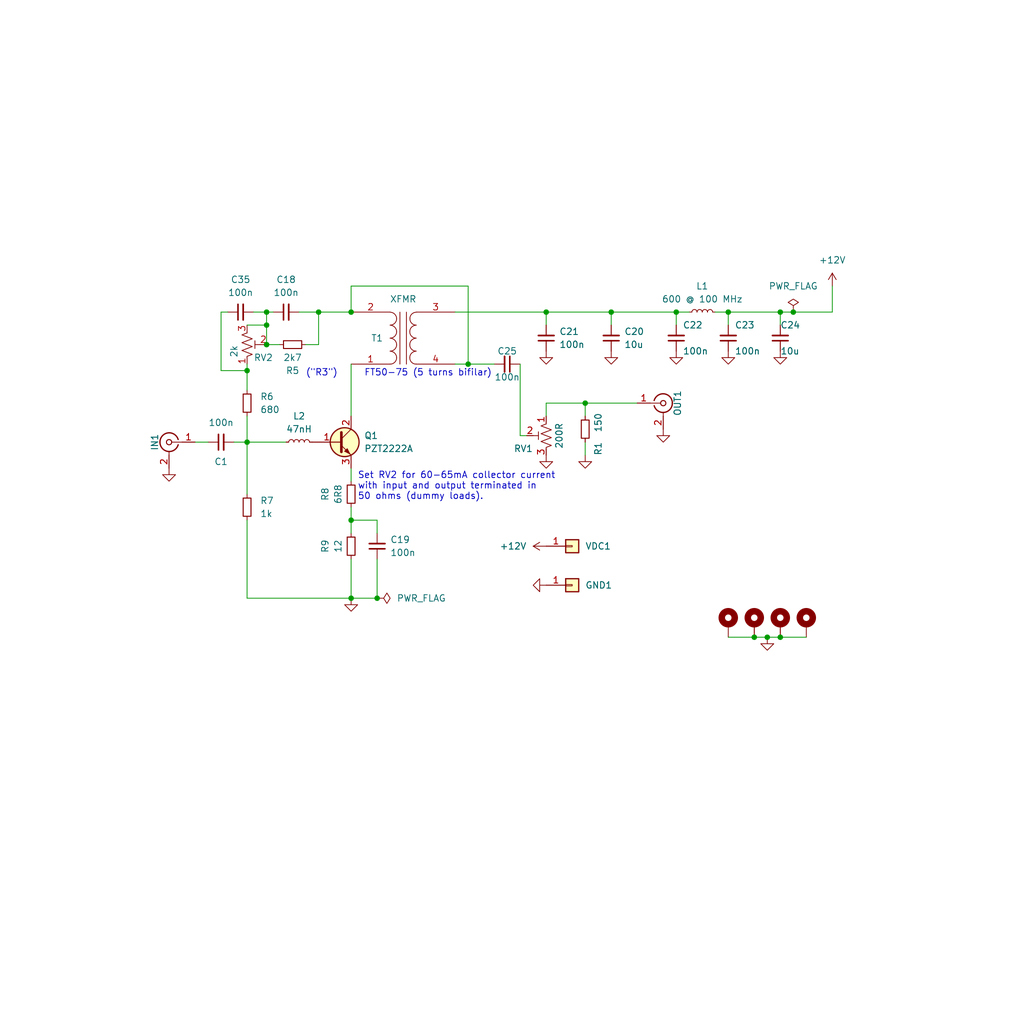
<source format=kicad_sch>
(kicad_sch (version 20230121) (generator eeschema)
  (paper "User" 200 200)
  (title_block (title "HF Pre-Amp v3.02") (date "2023-09-11") (company "Dhiru Kholia (VU3CER)"))
  (lib_symbols
    (symbol "Connector:Conn_Coaxial" (pin_names (offset 1.016) hide)
      (property "Reference" "J" (at 0.254 3.048 0))
      (property "Value" "Conn_Coaxial" (at 2.921 0 90))
      (symbol "Conn_Coaxial_0_1"
        (arc (start -1.778 -0.508) (mid 0.2311 -1.8066) (end 1.778 0) (stroke (width 0.254)))
        (polyline (pts (xy -2.54 0) (xy -0.508 0)))
        (polyline (pts (xy 0 -2.54) (xy 0 -1.778)))
        (circle (center 0 0) (radius 0.508) (stroke (width 0.2032)))
        (arc (start 1.778 0) (mid 0.2099 1.8101) (end -1.778 0.508) (stroke (width 0.254)))
      )
      (symbol "Conn_Coaxial_1_1"
        (pin passive line (at -5.08 0 0) (length 2.54) (name "In") (number "1"))
        (pin passive line (at 0 -5.08 90) (length 2.54) (name "Ext") (number "2"))
      )
    )
    (symbol "Connector_Generic:Conn_01x01" (pin_names (offset 1.016) hide)
      (property "Reference" "J" (at 0 2.54 0))
      (property "Value" "Conn_01x01" (at 0 -2.54 0))
      (symbol "Conn_01x01_1_1"
        (rectangle (start -1.27 0.127) (end 0 -0.127) (stroke (width 0.1524)))
        (rectangle (start -1.27 1.27) (end 1.27 -1.27) (stroke (width 0.254)) (fill (type background)))
        (pin passive line (at -5.08 0 0) (length 3.81) (name "Pin_1") (number "1"))
      )
    )
    (symbol "Device:C_Small" (pin_numbers hide) (pin_names (offset 0.254) hide)
      (property "Reference" "C" (at 0.254 1.778 0))
      (property "Value" "C_Small" (at 0.254 -2.032 0))
      (symbol "C_Small_0_1"
        (polyline (pts (xy -1.524 -0.508) (xy 1.524 -0.508)) (stroke (width 0.3302)))
        (polyline (pts (xy -1.524 0.508) (xy 1.524 0.508)) (stroke (width 0.3048)))
      )
      (symbol "C_Small_1_1"
        (pin passive line (at 0 2.54 270) (length 2.032) (name "~") (number "1"))
        (pin passive line (at 0 -2.54 90) (length 2.032) (name "~") (number "2"))
      )
    )
    (symbol "Device:L_Small" (pin_numbers hide) (pin_names (offset 0.254) hide)
      (property "Reference" "L" (at 0.762 1.016 0))
      (property "Value" "L_Small" (at 0.762 -1.016 0))
      (symbol "L_Small_0_1"
        (arc (start 0 -2.032) (mid 0.5058 -1.524) (end 0 -1.016))
        (arc (start 0 -1.016) (mid 0.5058 -0.508) (end 0 0))
        (arc (start 0 0) (mid 0.5058 0.508) (end 0 1.016))
        (arc (start 0 1.016) (mid 0.5058 1.524) (end 0 2.032))
      )
      (symbol "L_Small_1_1"
        (pin passive line (at 0 2.54 270) (length 0.508) (name "~") (number "1"))
        (pin passive line (at 0 -2.54 90) (length 0.508) (name "~") (number "2"))
      )
    )
    (symbol "Device:R_Potentiometer_Trim_US" (pin_names (offset 1.016) hide)
      (property "Reference" "RV" (at -4.445 0 90))
      (property "Value" "R_Potentiometer_Trim_US" (at -2.54 0 90))
      (symbol "R_Potentiometer_Trim_US_0_1"
        (polyline (pts (xy 0 -2.286) (xy 0 -2.54)))
        (polyline (pts (xy 0 2.286) (xy 0 2.54)))
        (polyline (pts (xy 1.524 0.762) (xy 1.524 -0.762)))
        (polyline (pts (xy 2.54 0) (xy 1.524 0)))
        (polyline (pts (xy 0 -0.762) (xy 1.016 -1.143) (xy 0 -1.524) (xy -1.016 -1.905) (xy 0 -2.286)))
        (polyline (pts (xy 0 0.762) (xy 1.016 0.381) (xy 0 0) (xy -1.016 -0.381) (xy 0 -0.762)))
        (polyline (pts (xy 0 2.286) (xy 1.016 1.905) (xy 0 1.524) (xy -1.016 1.143) (xy 0 0.762)))
      )
      (symbol "R_Potentiometer_Trim_US_1_1"
        (pin passive line (at 0 3.81 270) (length 1.27) (name "1") (number "1"))
        (pin passive line (at 3.81 0 180) (length 1.27) (name "2") (number "2"))
        (pin passive line (at 0 -3.81 90) (length 1.27) (name "3") (number "3"))
      )
    )
    (symbol "Device:R_Small" (pin_numbers hide) (pin_names (offset 0.254) hide)
      (property "Reference" "R" (at 0.762 0.508 0))
      (property "Value" "R_Small" (at 0.762 -1.016 0))
      (symbol "R_Small_0_1"
        (rectangle (start -0.762 1.778) (end 0.762 -1.778) (stroke (width 0.2032)))
      )
      (symbol "R_Small_1_1"
        (pin passive line (at 0 2.54 270) (length 0.762) (name "~") (number "1"))
        (pin passive line (at 0 -2.54 90) (length 0.762) (name "~") (number "2"))
      )
    )
    (symbol "Device:Transformer_1P_1S" (pin_names (offset 1.016) hide)
      (property "Reference" "T" (at 0 6.35 0))
      (property "Value" "Transformer_1P_1S" (at 0 -7.62 0))
      (symbol "Transformer_1P_1S_0_1"
        (arc (start -2.54 -5.0546) (mid -1.6599 -4.6901) (end -1.27 -3.81))
        (arc (start -2.54 -2.5146) (mid -1.6599 -2.1501) (end -1.27 -1.27))
        (arc (start -2.54 0.0254) (mid -1.6599 0.3899) (end -1.27 1.27))
        (arc (start -2.54 2.5654) (mid -1.6599 2.9299) (end -1.27 3.81))
        (arc (start -1.27 -3.81) (mid -1.642 -2.912) (end -2.54 -2.54))
        (arc (start -1.27 -1.27) (mid -1.642 -0.372) (end -2.54 0))
        (arc (start -1.27 1.27) (mid -1.642 2.168) (end -2.54 2.54))
        (arc (start -1.27 3.81) (mid -1.642 4.708) (end -2.54 5.08))
        (polyline (pts (xy -0.635 5.08) (xy -0.635 -5.08)))
        (polyline (pts (xy 0.635 -5.08) (xy 0.635 5.08)))
        (arc (start 1.2954 -1.27) (mid 1.6599 -2.1501) (end 2.54 -2.5146))
        (arc (start 1.2954 1.27) (mid 1.6599 0.3899) (end 2.54 0.0254))
        (arc (start 1.2954 3.81) (mid 1.6599 2.9299) (end 2.54 2.5654))
        (arc (start 1.3208 -3.81) (mid 1.6853 -4.6901) (end 2.5654 -5.0546))
        (arc (start 2.54 0) (mid 1.642 -0.372) (end 1.2954 -1.27))
        (arc (start 2.54 2.54) (mid 1.642 2.168) (end 1.2954 1.27))
        (arc (start 2.54 5.08) (mid 1.642 4.708) (end 1.2954 3.81))
        (arc (start 2.5654 -2.54) (mid 1.6674 -2.912) (end 1.3208 -3.81))
      )
      (symbol "Transformer_1P_1S_1_1"
        (pin passive line (at -10.16 5.08 0) (length 7.62) (name "AA") (number "1"))
        (pin passive line (at -10.16 -5.08 0) (length 7.62) (name "AB") (number "2"))
        (pin passive line (at 10.16 -5.08 180) (length 7.62) (name "SA") (number "3"))
        (pin passive line (at 10.16 5.08 180) (length 7.62) (name "SB") (number "4"))
      )
    )
    (symbol "Mechanical:MountingHole_Pad" (pin_numbers hide) (pin_names (offset 1.016) hide)
      (property "Reference" "H" (at 0 6.35 0))
      (property "Value" "MountingHole_Pad" (at 0 4.445 0))
      (symbol "MountingHole_Pad_0_1"
        (circle (center 0 1.27) (radius 1.27) (stroke (width 1.27)))
      )
      (symbol "MountingHole_Pad_1_1"
        (pin input line (at 0 -2.54 90) (length 2.54) (name "1") (number "1"))
      )
    )
    (symbol "PCM_4ms_Power-symbol:PWR_FLAG" (power) (pin_numbers hide) (pin_names (offset 0) hide)
      (property "Value" "PWR_FLAG" (at 0 3.81 0))
      (symbol "PWR_FLAG_0_0"
        (pin power_out line (at 0 0 90) (length 0) (name "pwr") (number "1"))
      )
      (symbol "PWR_FLAG_0_1"
        (polyline (pts (xy 0 0) (xy 0 1.27) (xy -1.016 1.905) (xy 0 2.54) (xy 1.016 1.905) (xy 0 1.27)))
      )
    )
    (symbol "PCM_Transistor_BJT_AKL:PZT2222A" (pin_names hide)
      (property "Reference" "Q" (at 5.08 1.27 0))
      (property "Value" "PZT2222A" (at 5.08 -1.27 0))
      (symbol "PZT2222A_0_1"
        (polyline (pts (xy 0.635 0.635) (xy 2.54 2.54)))
        (polyline (pts (xy 0.635 -0.635) (xy 2.54 -2.54) (xy 2.54 -2.54)))
        (polyline (pts (xy 0.635 1.905) (xy 0.635 -1.905) (xy 0.635 -1.905)) (stroke (width 0.508)))
        (polyline (pts (xy 1.27 -1.778) (xy 1.778 -1.27) (xy 2.286 -2.286) (xy 1.27 -1.778) (xy 1.27 -1.778)) (fill (type outline)))
        (circle (center 1.27 0) (radius 2.8194) (stroke (width 0.254)) (fill (type background)))
      )
      (symbol "PZT2222A_1_1"
        (pin input line (at -5.08 0 0) (length 5.715) (name "B") (number "1"))
        (pin passive line (at 2.54 5.08 270) (length 2.54) (name "C") (number "2"))
        (pin passive line (at 2.54 -5.08 90) (length 2.54) (name "E") (number "3"))
      )
    )
    (symbol "power:+12V" (power) (pin_names (offset 0))
      (property "Value" "+12V" (at 0 3.556 0))
      (symbol "+12V_0_1"
        (polyline (pts (xy -0.762 1.27) (xy 0 2.54)))
        (polyline (pts (xy 0 0) (xy 0 2.54)))
        (polyline (pts (xy 0 2.54) (xy 0.762 1.27)))
      )
      (symbol "+12V_1_1"
        (pin power_in line (at 0 0 90) (length 0) hide (name "+12V") (number "1"))
      )
    )
    (symbol "power:GND" (power) (pin_names (offset 0))
      (property "Value" "GND" (at 0 -3.81 0))
      (symbol "GND_0_1"
        (polyline (pts (xy 0 0) (xy 0 -1.27) (xy 1.27 -1.27) (xy 0 -2.54) (xy -1.27 -1.27) (xy 0 -1.27)))
      )
      (symbol "GND_1_1"
        (pin power_in line (at 0 0 270) (length 0) hide (name "GND") (number "1"))
      )
    )
  )
  (junction (at 154.94 60.96))
  (junction (at 114.3 78.74))
  (junction (at 68.58 101.6))
  (junction (at 142.24 60.96))
  (junction (at 73.66 116.84))
  (junction (at 119.38 60.96))
  (junction (at 52.07 63.5))
  (junction (at 52.07 60.96))
  (junction (at 106.68 60.96))
  (junction (at 152.4 124.46))
  (junction (at 68.58 116.84))
  (junction (at 91.44 71.12))
  (junction (at 149.86 124.46))
  (junction (at 48.26 72.39))
  (junction (at 147.32 124.46))
  (junction (at 68.58 60.96))
  (junction (at 48.26 86.36))
  (junction (at 52.07 67.31))
  (junction (at 152.4 60.96))
  (junction (at 132.08 60.96))
  (junction (at 62.23 60.96))
  (wire (pts (xy 68.58 91.44) (xy 68.58 93.98)))
  (wire (pts (xy 68.58 101.6) (xy 73.66 101.6)))
  (wire (pts (xy 106.68 60.96) (xy 106.68 63.5)))
  (wire (pts (xy 91.44 55.88) (xy 91.44 71.12)))
  (wire (pts (xy 119.38 60.96) (xy 106.68 60.96)))
  (wire (pts (xy 52.07 67.31) (xy 54.61 67.31)))
  (wire (pts (xy 62.23 67.31) (xy 62.23 60.96)))
  (wire (pts (xy 91.44 71.12) (xy 96.52 71.12)))
  (wire (pts (xy 52.07 63.5) (xy 52.07 67.31)))
  (wire (pts (xy 68.58 71.12) (xy 68.58 81.28)))
  (wire (pts (xy 162.56 55.88) (xy 162.56 60.96)))
  (wire (pts (xy 59.69 67.31) (xy 62.23 67.31)))
  (wire (pts (xy 68.58 55.88) (xy 91.44 55.88)))
  (wire (pts (xy 139.7 60.96) (xy 142.24 60.96)))
  (wire (pts (xy 147.32 124.46) (xy 149.86 124.46)))
  (wire (pts (xy 48.26 116.84) (xy 68.58 116.84)))
  (wire (pts (xy 114.3 78.74) (xy 114.3 81.28)))
  (wire (pts (xy 48.26 81.28) (xy 48.26 86.36)))
  (wire (pts (xy 106.68 81.28) (xy 106.68 78.74)))
  (wire (pts (xy 73.66 116.84) (xy 73.66 109.22)))
  (wire (pts (xy 68.58 60.96) (xy 68.58 55.88)))
  (wire (pts (xy 119.38 60.96) (xy 132.08 60.96)))
  (wire (pts (xy 43.18 60.96) (xy 44.45 60.96)))
  (wire (pts (xy 132.08 60.96) (xy 132.08 63.5)))
  (wire (pts (xy 68.58 116.84) (xy 73.66 116.84)))
  (wire (pts (xy 48.26 63.5) (xy 52.07 63.5)))
  (wire (pts (xy 48.26 71.12) (xy 48.26 72.39)))
  (wire (pts (xy 101.6 85.09) (xy 102.87 85.09)))
  (wire (pts (xy 52.07 60.96) (xy 53.34 60.96)))
  (wire (pts (xy 142.24 60.96) (xy 152.4 60.96)))
  (wire (pts (xy 38.1 86.36) (xy 40.64 86.36)))
  (wire (pts (xy 68.58 99.06) (xy 68.58 101.6)))
  (wire (pts (xy 48.26 96.52) (xy 48.26 86.36)))
  (wire (pts (xy 154.94 60.96) (xy 162.56 60.96)))
  (wire (pts (xy 142.24 124.46) (xy 147.32 124.46)))
  (wire (pts (xy 101.6 71.12) (xy 101.6 85.09)))
  (wire (pts (xy 68.58 101.6) (xy 68.58 104.14)))
  (wire (pts (xy 114.3 88.9) (xy 114.3 86.36)))
  (wire (pts (xy 114.3 78.74) (xy 124.46 78.74)))
  (wire (pts (xy 73.66 101.6) (xy 73.66 104.14)))
  (wire (pts (xy 48.26 116.84) (xy 48.26 101.6)))
  (wire (pts (xy 91.44 71.12) (xy 88.9 71.12)))
  (wire (pts (xy 48.26 86.36) (xy 55.88 86.36)))
  (wire (pts (xy 52.07 60.96) (xy 52.07 63.5)))
  (wire (pts (xy 43.18 60.96) (xy 43.18 72.39)))
  (wire (pts (xy 62.23 60.96) (xy 68.58 60.96)))
  (wire (pts (xy 45.72 86.36) (xy 48.26 86.36)))
  (wire (pts (xy 132.08 60.96) (xy 134.62 60.96)))
  (wire (pts (xy 152.4 124.46) (xy 157.48 124.46)))
  (wire (pts (xy 58.42 60.96) (xy 62.23 60.96)))
  (wire (pts (xy 119.38 63.5) (xy 119.38 60.96)))
  (wire (pts (xy 142.24 60.96) (xy 142.24 63.5)))
  (wire (pts (xy 43.18 72.39) (xy 48.26 72.39)))
  (wire (pts (xy 49.53 60.96) (xy 52.07 60.96)))
  (wire (pts (xy 152.4 60.96) (xy 154.94 60.96)))
  (wire (pts (xy 106.68 78.74) (xy 114.3 78.74)))
  (wire (pts (xy 152.4 60.96) (xy 152.4 63.5)))
  (wire (pts (xy 149.86 124.46) (xy 152.4 124.46)))
  (wire (pts (xy 68.58 109.22) (xy 68.58 116.84)))
  (wire (pts (xy 48.26 72.39) (xy 48.26 76.2)))
  (wire (pts (xy 88.9 60.96) (xy 106.68 60.96)))
  (text "(\"R3\")" (at 59.69 73.66 0) (effects (font (size 1.27 1.27)) (justify left bottom)))
  (text "FT50-75 (5 turns bifilar)" (at 71.12 73.66 0) (effects (font (size 1.27 1.27)) (justify left bottom)))
  (text "Set RV2 for 60-65mA collector current\nwith input and output terminated in\n50 ohms (dummy loads)." (at 69.85 97.79 0) (effects (font (size 1.27 1.27)) (justify left bottom)))
  (symbol (lib_id "PCM_4ms_Power-symbol:PWR_FLAG") (at 73.66 116.84 270) (unit 1)
    (property "Reference" "#FLG01" (effects hide))
    (property "Value" "PWR_FLAG" (at 77.47 116.84 90) (effects (justify left)))
  )
  (symbol (lib_id "power:GND") (at 106.68 114.3 270) (unit 1)
    (property "Reference" "#PWR07" (effects hide))
    (property "Value" "GND" (effects hide))
  )
  (symbol (lib_id "power:GND") (at 119.38 68.58 0) (mirror y) (unit 1)
    (property "Reference" "#PWR05" (effects hide))
    (property "Value" "GND" (effects hide))
  )
  (symbol (lib_id "Mechanical:MountingHole_Pad") (at 147.32 121.92 0) (unit 1)
    (property "Reference" "H2" (effects hide))
    (property "Value" "MountingHole_Pad" (effects hide))
    (property "Footprint" "MountingHole:MountingHole_2.2mm_M2_Pad_Via" (effects hide))
  )
  (symbol (lib_id "Connector:Conn_Coaxial") (at 33.02 86.36 0) (mirror y) (unit 1)
    (property "Reference" "IN1" (at 30.226 86.36 90))
    (property "Value" "SMA" (effects hide))
    (property "Footprint" "footprints:SMA_EDGELAUNCH_Modded" (effects hide))
    (property "Datasheet" " ~" (effects hide))
  )
  (symbol (lib_id "Device:R_Potentiometer_Trim_US") (at 48.26 67.31 0) (mirror x) (unit 1)
    (property "Reference" "RV2" (at 53.34 69.85 0) (effects (justify right)))
    (property "Value" "2k" (at 45.72 69.85 90) (effects (justify right)))
    (property "Footprint" "Potentiometer_THT:Potentiometer_Bourns_3386P_Vertical" (effects hide))
  )
  (symbol (lib_id "power:GND") (at 152.4 68.58 0) (mirror y) (unit 1)
    (property "Reference" "#PWR012" (effects hide))
    (property "Value" "GND" (effects hide))
  )
  (symbol (lib_id "Mechanical:MountingHole_Pad") (at 157.48 121.92 0) (unit 1)
    (property "Reference" "H4" (effects hide))
    (property "Value" "MountingHole_Pad" (effects hide))
    (property "Footprint" "MountingHole:MountingHole_2.2mm_M2_Pad_Via" (effects hide))
  )
  (symbol (lib_id "Device:L_Small") (at 58.42 86.36 90) (unit 1)
    (property "Reference" "L2" (at 58.42 81.28 90))
    (property "Value" "47nH" (at 58.42 83.82 90))
    (property "Footprint" "Inductor_SMD:L_1008_2520Metric_Pad1.43x2.20mm_HandSolder" (effects hide))
  )
  (symbol (lib_id "Device:C_Small") (at 43.18 86.36 90) (unit 1)
    (property "Reference" "C1" (at 43.18 90.17 90))
    (property "Value" "100n" (at 43.1863 82.55 90))
    (property "Footprint" "Capacitor_SMD:C_1206_3216Metric_Pad1.33x1.80mm_HandSolder" (effects hide))
  )
  (symbol (lib_id "power:GND") (at 106.68 88.9 0) (mirror y) (unit 1)
    (property "Reference" "#PWR08" (effects hide))
    (property "Value" "GND" (effects hide))
  )
  (symbol (lib_id "power:GND") (at 68.58 116.84 0) (unit 1)
    (property "Reference" "#PWR01" (effects hide))
    (property "Value" "GND" (effects hide))
  )
  (symbol (lib_id "Mechanical:MountingHole_Pad") (at 142.24 121.92 0) (unit 1)
    (property "Reference" "H1" (effects hide))
    (property "Value" "MountingHole_Pad" (effects hide))
    (property "Footprint" "MountingHole:MountingHole_2.2mm_M2_Pad_Via" (effects hide))
  )
  (symbol (lib_id "Device:C_Small") (at 142.24 66.04 180) (unit 1)
    (property "Reference" "C23" (at 143.51 63.5 0) (effects (justify right)))
    (property "Value" "100n" (at 143.51 68.58 0) (effects (justify right)))
    (property "Footprint" "Capacitor_SMD:C_1206_3216Metric_Pad1.33x1.80mm_HandSolder" (effects hide))
  )
  (symbol (lib_id "PCM_4ms_Power-symbol:PWR_FLAG") (at 154.94 60.96 0) (unit 1)
    (property "Reference" "#FLG02" (effects hide))
    (property "Value" "PWR_FLAG" (at 154.94 55.88 0))
  )
  (symbol (lib_id "Device:C_Small") (at 99.06 71.12 270) (unit 1)
    (property "Reference" "C25" (at 99.06 68.58 90))
    (property "Value" "100n" (at 99.06 73.66 90))
    (property "Footprint" "Capacitor_SMD:C_1206_3216Metric_Pad1.33x1.80mm_HandSolder" (effects hide))
  )
  (symbol (lib_id "power:+12V") (at 162.56 55.88 0) (unit 1)
    (property "Reference" "#PWR014" (effects hide))
    (property "Value" "+12V" (at 162.56 50.8 0))
  )
  (symbol (lib_id "Device:C_Small") (at 106.68 66.04 180) (unit 1)
    (property "Reference" "C21" (at 109.22 64.7636 0) (effects (justify right)))
    (property "Value" "100n" (at 109.22 67.3036 0) (effects (justify right)))
    (property "Footprint" "Capacitor_SMD:C_1206_3216Metric_Pad1.33x1.80mm_HandSolder" (effects hide))
  )
  (symbol (lib_id "PCM_Transistor_BJT_AKL:PZT2222A") (at 66.04 86.36 0) (unit 1)
    (property "Reference" "Q1" (at 71.12 85.09 0) (effects (justify left)))
    (property "Value" "PZT2222A" (at 71.12 87.63 0) (effects (justify left)))
    (property "Footprint" "Package_TO_SOT_SMD:SOT-223-3_TabPin2" (effects hide))
    (property "Datasheet" "https://www.tme.eu/Document/8cf0701d57e2839da7a4ad1ce8245d70/PZT2222A.pdf" (effects hide))
  )
  (symbol (lib_id "Device:R_Small") (at 57.15 67.31 270) (unit 1)
    (property "Reference" "R5" (at 57.15 72.39 90))
    (property "Value" "2k7" (at 57.15 69.85 90))
    (property "Footprint" "Resistor_SMD:R_1206_3216Metric_Pad1.30x1.75mm_HandSolder" (effects hide))
  )
  (symbol (lib_id "Device:R_Small") (at 48.26 78.74 0) (unit 1)
    (property "Reference" "R6" (at 50.8 77.47 0) (effects (justify left)))
    (property "Value" "680" (at 50.8 80.01 0) (effects (justify left)))
    (property "Footprint" "Resistor_SMD:R_1206_3216Metric_Pad1.30x1.75mm_HandSolder" (effects hide))
  )
  (symbol (lib_id "Device:C_Small") (at 152.4 66.04 180) (unit 1)
    (property "Reference" "C24" (at 152.4 63.5 0) (effects (justify right)))
    (property "Value" "10u" (at 152.4 68.58 0) (effects (justify right)))
    (property "Footprint" "Capacitor_SMD:C_1206_3216Metric_Pad1.33x1.80mm_HandSolder" (effects hide))
  )
  (symbol (lib_id "power:GND") (at 129.54 83.82 0) (mirror y) (unit 1)
    (property "Reference" "#PWR03" (effects hide))
    (property "Value" "GND" (effects hide))
  )
  (symbol (lib_id "power:GND") (at 106.68 68.58 0) (mirror y) (unit 1)
    (property "Reference" "#PWR04" (effects hide))
    (property "Value" "GND" (effects hide))
  )
  (symbol (lib_id "Device:C_Small") (at 55.88 60.96 90) (unit 1)
    (property "Reference" "C18" (at 55.8863 54.61 90))
    (property "Value" "100n" (at 55.8863 57.15 90))
    (property "Footprint" "Capacitor_SMD:C_1206_3216Metric_Pad1.33x1.80mm_HandSolder" (effects hide))
  )
  (symbol (lib_id "Mechanical:MountingHole_Pad") (at 152.4 121.92 0) (unit 1)
    (property "Reference" "H3" (effects hide))
    (property "Value" "MountingHole_Pad" (effects hide))
    (property "Footprint" "MountingHole:MountingHole_2.2mm_M2_Pad_Via" (effects hide))
  )
  (symbol (lib_id "power:GND") (at 132.08 68.58 0) (mirror y) (unit 1)
    (property "Reference" "#PWR010" (effects hide))
    (property "Value" "GND" (effects hide))
  )
  (symbol (lib_id "power:+12V") (at 106.68 106.68 90) (unit 1)
    (property "Reference" "#PWR06" (effects hide))
    (property "Value" "+12V" (at 102.87 106.68 90) (effects (justify left)))
  )
  (symbol (lib_id "Device:C_Small") (at 73.66 106.68 180) (unit 1)
    (property "Reference" "C19" (at 76.2 105.4036 0) (effects (justify right)))
    (property "Value" "100n" (at 76.2 107.9436 0) (effects (justify right)))
    (property "Footprint" "Capacitor_SMD:C_1206_3216Metric_Pad1.33x1.80mm_HandSolder" (effects hide))
  )
  (symbol (lib_id "Device:R_Potentiometer_Trim_US") (at 106.68 85.09 0) (mirror y) (unit 1)
    (property "Reference" "RV1" (at 100.33 87.63 0) (effects (justify right)))
    (property "Value" "200R" (at 109.22 82.55 90) (effects (justify right)))
    (property "Footprint" "Potentiometer_THT:Potentiometer_Bourns_3386P_Vertical" (effects hide))
  )
  (symbol (lib_id "Device:R_Small") (at 68.58 106.68 180) (unit 1)
    (property "Reference" "R9" (at 63.5 106.68 90))
    (property "Value" "12" (at 66.04 106.68 90))
    (property "Footprint" "Resistor_SMD:R_1206_3216Metric_Pad1.30x1.75mm_HandSolder" (effects hide))
  )
  (symbol (lib_id "Device:R_Small") (at 48.26 99.06 0) (unit 1)
    (property "Reference" "R7" (at 50.8 97.79 0) (effects (justify left)))
    (property "Value" "1k" (at 50.8 100.33 0) (effects (justify left)))
    (property "Footprint" "Resistor_SMD:R_1206_3216Metric_Pad1.30x1.75mm_HandSolder" (effects hide))
  )
  (symbol (lib_id "Device:R_Small") (at 68.58 96.52 180) (unit 1)
    (property "Reference" "R8" (at 63.5 96.52 90))
    (property "Value" "6R8" (at 66.04 96.52 90))
    (property "Footprint" "Resistor_SMD:R_1206_3216Metric_Pad1.30x1.75mm_HandSolder" (effects hide))
  )
  (symbol (lib_id "Device:C_Small") (at 132.08 66.04 180) (unit 1)
    (property "Reference" "C22" (at 133.35 63.5 0) (effects (justify right)))
    (property "Value" "100n" (at 133.35 68.58 0) (effects (justify right)))
    (property "Footprint" "Capacitor_SMD:C_1206_3216Metric_Pad1.33x1.80mm_HandSolder" (effects hide))
  )
  (symbol (lib_id "Device:Transformer_1P_1S") (at 78.74 66.04 0) (mirror x) (unit 1)
    (property "Reference" "T1" (at 73.66 66.04 0))
    (property "Value" "XFMR" (at 78.7527 58.42 0))
    (property "Footprint" "footprints:FT50-43 Transformer" (effects hide))
  )
  (symbol (lib_id "power:GND") (at 142.24 68.58 0) (mirror y) (unit 1)
    (property "Reference" "#PWR011" (effects hide))
    (property "Value" "GND" (effects hide))
  )
  (symbol (lib_id "Device:C_Small") (at 46.99 60.96 90) (unit 1)
    (property "Reference" "C35" (at 46.9963 54.61 90))
    (property "Value" "100n" (at 46.9963 57.15 90))
    (property "Footprint" "Capacitor_SMD:C_1206_3216Metric_Pad1.33x1.80mm_HandSolder" (effects hide))
  )
  (symbol (lib_id "power:GND") (at 33.02 91.44 0) (unit 1)
    (property "Reference" "#PWR02" (effects hide))
    (property "Value" "GND" (effects hide))
  )
  (symbol (lib_id "Connector_Generic:Conn_01x01") (at 111.76 106.68 0) (unit 1)
    (property "Reference" "VDC1" (at 114.3 106.68 0) (effects (justify left)))
    (property "Value" "Conn_01x01" (effects hide))
    (property "Footprint" "TestPoint:TestPoint_Pad_3.0x3.0mm" (effects hide))
  )
  (symbol (lib_id "Device:L_Small") (at 137.16 60.96 90) (unit 1)
    (property "Reference" "L1" (at 137.16 55.88 90))
    (property "Value" "600 @ 100 MHz" (at 137.16 58.42 90))
    (property "Footprint" "Inductor_SMD:L_1206_3216Metric_Pad1.42x1.75mm_HandSolder" (effects hide))
  )
  (symbol (lib_id "Device:R_Small") (at 114.3 83.82 180) (unit 1)
    (property "Reference" "R1" (at 116.84 87.63 90))
    (property "Value" "150" (at 116.84 82.55 90))
    (property "Footprint" "Resistor_SMD:R_1206_3216Metric_Pad1.30x1.75mm_HandSolder" (effects hide))
  )
  (symbol (lib_id "power:GND") (at 149.86 124.46 0) (unit 1)
    (property "Reference" "#PWR016" (effects hide))
    (property "Value" "GND" (effects hide))
  )
  (symbol (lib_id "Connector_Generic:Conn_01x01") (at 111.76 114.3 0) (unit 1)
    (property "Reference" "GND1" (at 114.3 114.3 0) (effects (justify left)))
    (property "Value" "Conn_01x01" (effects hide))
    (property "Footprint" "TestPoint:TestPoint_Pad_3.0x3.0mm" (effects hide))
  )
  (symbol (lib_id "Device:C_Small") (at 119.38 66.04 180) (unit 1)
    (property "Reference" "C20" (at 121.92 64.7636 0) (effects (justify right)))
    (property "Value" "10u" (at 121.92 67.3036 0) (effects (justify right)))
    (property "Footprint" "Capacitor_SMD:C_1206_3216Metric_Pad1.33x1.80mm_HandSolder" (effects hide))
  )
  (symbol (lib_id "Connector:Conn_Coaxial") (at 129.54 78.74 0) (unit 1)
    (property "Reference" "OUT1" (at 132.334 78.74 90))
    (property "Value" "SMA" (effects hide))
    (property "Footprint" "footprints:SMA_EDGELAUNCH_Modded" (effects hide))
    (property "Datasheet" " ~" (effects hide))
  )
  (symbol (lib_id "power:GND") (at 114.3 88.9 0) (mirror y) (unit 1)
    (property "Reference" "#PWR09" (effects hide))
    (property "Value" "GND" (effects hide))
  )
)
</source>
